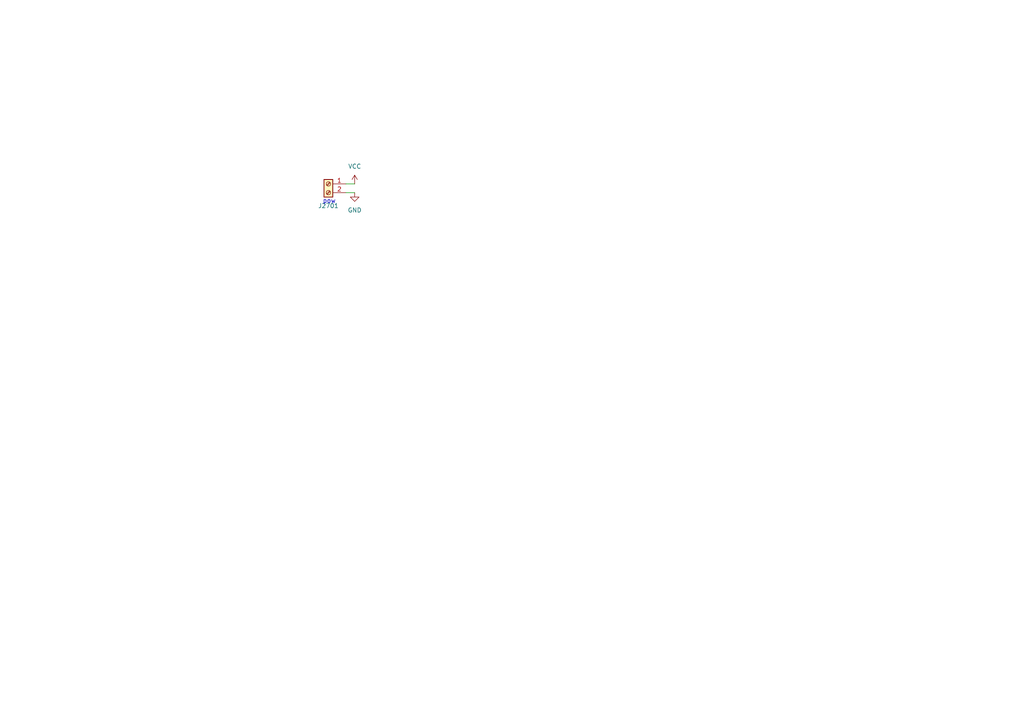
<source format=kicad_sch>
(kicad_sch (version 20231120) (generator "eeschema") (generator_version "8.0")
  (paper "A4")
  (lib_symbols
    (symbol "Connector:Screw_Terminal_01x02" (pin_names (offset 1.016) hide)
      (property "Reference" "J" (at 0 2.54 0))
      (property "Value" "Screw_Terminal_01x02" (at 0 -5.08 0))
      (symbol "Screw_Terminal_01x02_1_1"
        (rectangle (start -1.27 1.27) (end 1.27 -3.81) (stroke (width 0.254)) (fill (type background)))
        (circle (center 0 -2.54) (radius 0.635) (stroke (width 0.1524)))
        (polyline (pts (xy -0.5334 -2.2098) (xy 0.3302 -3.048)) (stroke (width 0.1524)))
        (polyline (pts (xy -0.5334 0.3302) (xy 0.3302 -0.508)) (stroke (width 0.1524)))
        (polyline (pts (xy -0.3556 -2.032) (xy 0.508 -2.8702)) (stroke (width 0.1524)))
        (polyline (pts (xy -0.3556 0.508) (xy 0.508 -0.3302)) (stroke (width 0.1524)))
        (circle (center 0 0) (radius 0.635) (stroke (width 0.1524)))
        (pin passive line (at -5.08 0 0) (length 3.81) (name "Pin_1") (number "1"))
        (pin passive line (at -5.08 -2.54 0) (length 3.81) (name "Pin_2") (number "2"))
      )
    )
    (symbol "power:GND" (power) (pin_numbers hide) (pin_names (offset 0) hide)
      (property "Value" "GND" (at 0 -3.81 0))
      (symbol "GND_0_1"
        (polyline (pts (xy 0 0) (xy 0 -1.27) (xy 1.27 -1.27) (xy 0 -2.54) (xy -1.27 -1.27) (xy 0 -1.27)))
      )
      (symbol "GND_1_1"
        (pin power_in line (at 0 0 270) (length 0) (name "~") (number "1"))
      )
    )
    (symbol "power:VCC" (power) (pin_numbers hide) (pin_names (offset 0) hide)
      (property "Value" "VCC" (at 0 3.556 0))
      (symbol "VCC_0_1"
        (polyline (pts (xy -0.762 1.27) (xy 0 2.54)))
        (polyline (pts (xy 0 0) (xy 0 2.54)))
        (polyline (pts (xy 0 2.54) (xy 0.762 1.27)))
      )
      (symbol "VCC_1_1"
        (pin power_in line (at 0 0 90) (length 0) (name "~") (number "1"))
      )
    )
  )
  (bus_alias "CDU" (members "B" "0"))
  (wire (pts (xy 100.33 53.34) (xy 102.87 53.34)))
  (wire (pts (xy 100.33 55.88) (xy 102.87 55.88)))
  (text "pow" (at 95.504 58.42 0) (effects (font (size 1.27 1.27))))
  (symbol (lib_id "power:VCC") (at 102.87 53.34 0) (unit 1)
    (property "Reference" "#PWR01" (effects (hide yes)))
    (property "Value" "VCC" (at 102.87 48.26 0))
    (property "Description" "Power symbol creates a global label with name \"VCC\"" (effects (hide yes)))
  )
  (symbol (lib_id "power:GND") (at 102.87 55.88 0) (unit 1)
    (property "Reference" "#PWR02" (effects (hide yes)))
    (property "Value" "GND" (at 102.87 60.96 0))
    (property "Description" "Power symbol creates a global label with name \"GND\" , ground" (effects (hide yes)))
  )
  (symbol (lib_id "Connector:Screw_Terminal_01x02") (at 95.25 53.34 0) (mirror y) (unit 1)
    (property "Reference" "J2701" (at 95.25 59.69 0))
    (property "Value" "Screw_Terminal_01x02" (effects (hide yes)))
    (property "Footprint" "Connector_Phoenix_MC:PhoenixContact_MC_1,5_2-G-3.5_1x02_P3.50mm_Horizontal" (effects (hide yes)))
    (property "Description" "Generic screw terminal, single row, 01x02, script generated (kicad-library-utils/schlib/autogen/connector/)" (effects (hide yes)))
  )
)
</source>
